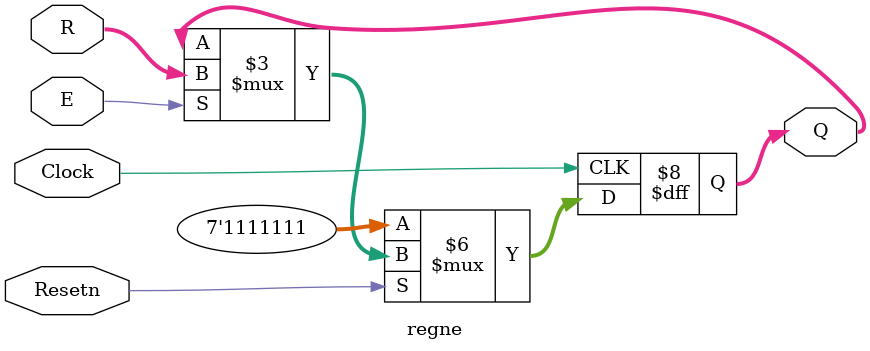
<source format=v>
module seg7 (Data, Addr, Sel, Resetn, Clock, H5, H4, H3, H2, H1, H0);
    input [6:0] Data;
    input [2:0] Addr;
    input Sel, Resetn, Clock;
    output [6:0] H5, H4, H3, H2, H1, H0;

    wire [6:0] nData;
    assign nData = ~Data;

    regne reg_R0 (nData, Clock, Resetn, Sel & (Addr == 3'b000), H0);
	 // ... add code here
    regne reg_R1 (nData, Clock, Resetn, Sel & (Addr == 3'b001), H1);
    regne reg_R2 (nData, Clock, Resetn, Sel & (Addr == 3'b010), H2);
    regne reg_R3 (nData, Clock, Resetn, Sel & (Addr == 3'b011), H3);
    regne reg_R4 (nData, Clock, Resetn, Sel & (Addr == 3'b100), H4); 
    regne reg_R5 (nData, Clock, Resetn, Sel & (Addr == 3'b101), H5);
endmodule

module regne (R, Clock, Resetn, E, Q);
    parameter n = 7;
    input [n-1:0] R;
    input Clock, Resetn, E;
    output [n-1:0] Q;
    reg [n-1:0] Q;	
	
    always @(posedge Clock)
        if (Resetn == 0)
            Q <= {n{1'b1}};  // turn OFF all segments on reset
        else if (E)
            Q <= R;
endmodule


</source>
